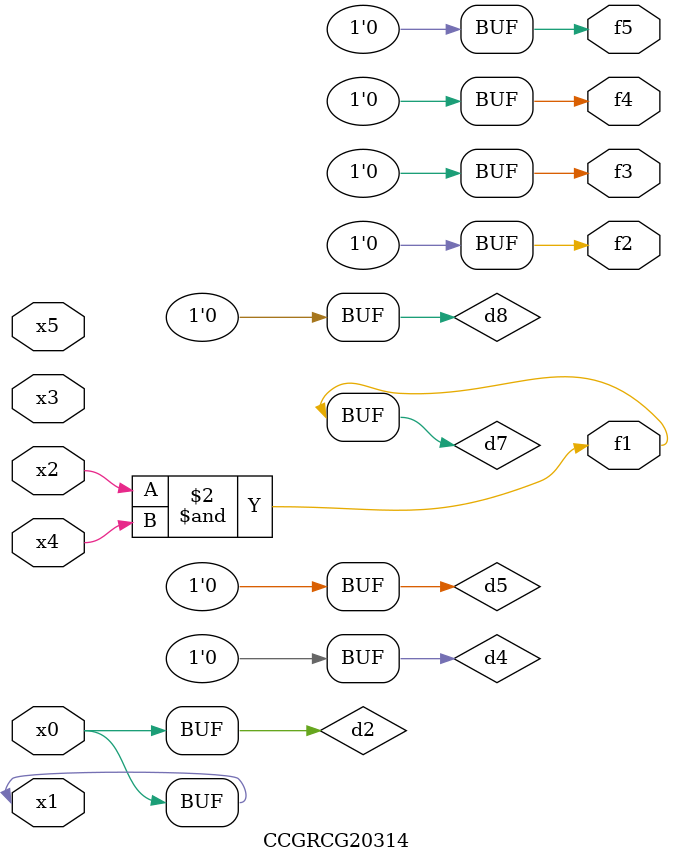
<source format=v>
module CCGRCG20314(
	input x0, x1, x2, x3, x4, x5,
	output f1, f2, f3, f4, f5
);

	wire d1, d2, d3, d4, d5, d6, d7, d8, d9;

	nand (d1, x1);
	buf (d2, x0, x1);
	nand (d3, x2, x4);
	and (d4, d1, d2);
	and (d5, d1, d2);
	nand (d6, d1, d3);
	not (d7, d3);
	xor (d8, d5);
	nor (d9, d5, d6);
	assign f1 = d7;
	assign f2 = d8;
	assign f3 = d8;
	assign f4 = d8;
	assign f5 = d8;
endmodule

</source>
